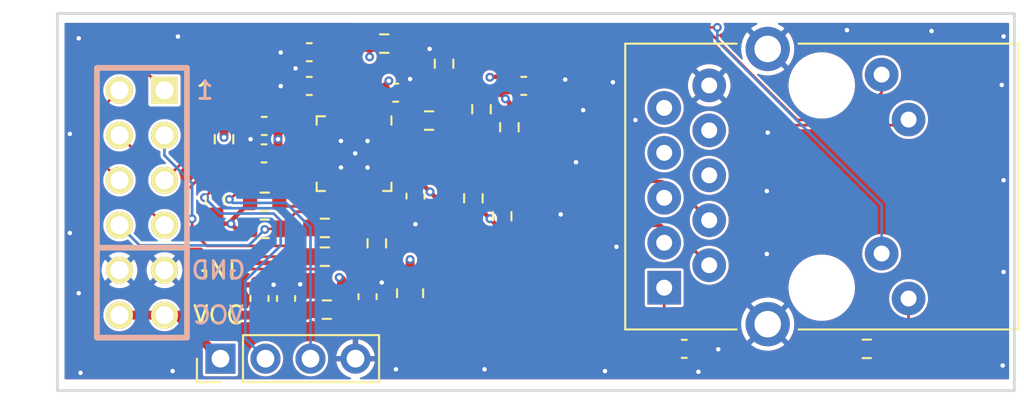
<source format=kicad_pcb>
(kicad_pcb (version 20240108) (generator "pcbnew") (generator_version "8.0")
  (title_block (comment 4 "AISLER Project ID: SOAKOEIL"))
  (layers (0 "F.Cu" signal) (1 "In1.Cu" signal) (2 "In2.Cu" signal) (31 "B.Cu" signal) (34 "B.Paste" user) (35 "F.Paste" user) (36 "B.SilkS" user "B.Silkscreen") (37 "F.SilkS" user "F.Silkscreen") (38 "B.Mask" user) (39 "F.Mask" user) (44 "Edge.Cuts" user))
  (net 0 "")
  (net 1 "GND")
  (net 2 "/MDC")
  (net 3 "/MDIO")
  (net 4 "+3.3V")
  (net 5 "/RST")
  (net 6 "/REFCLK")
  (net 7 "/VDDIO_T")
  (net 8 "/VDDCR")
  (net 9 "Net-(J2-CT)")
  (net 10 "/VDDA_T")
  (net 11 "/TX_P")
  (net 12 "/TX_N")
  (net 13 "/RX_P")
  (net 14 "/RX_N")
  (net 16 "Net-(J2-PadL1)")
  (net 17 "/LED2_T")
  (net 18 "/LED1_T")
  (net 19 "Net-(J2-PadL4)")
  (net 23 "/TXEN")
  (net 24 "/RX_D0")
  (net 25 "/TX_D1")
  (net 26 "/RX_D1")
  (net 27 "/TX_D0")
  (net 28 "/RX_DV")
  (net 29 "Net-(U5-INT{slash}REFCLKO)")
  (net 30 "Net-(U5-RXER{slash}PHYAD0)")
  (net 31 "Net-(U5-TXD0)")
  (net 32 "Net-(U5-TXD1)")
  (net 33 "Net-(U5-TXEN)")
  (net 34 "Net-(U5-RBIAS)")
  (net 35 "Net-(R37-Pad1)")
  (footprint "Resistor_SMD:R_0603_1608Metric" (layer "F.Cu") (at 78.02205 61.981 -90)
    (property "Reference" "R26" (hide yes))
    (property "Value" "10" (hide yes))
    (pad "1" smd roundrect (at -0.825 0 270) (size 0.8 0.95) (layers "F.Cu" "F.Paste" "F.Mask") (net 32 "Net-(U5-TXD1)"))
    (pad "2" smd roundrect (at 0.825 0 270) (size 0.8 0.95) (layers "F.Cu" "F.Paste" "F.Mask") (net 25 "/TX_D1"))
  )
  (footprint "Resistor_SMD:R_0805_2012Metric" (layer "F.Cu") (at 79.9 64.8 90)
    (property "Reference" "FB2" (hide yes))
    (property "Value" "100@100M" (hide yes))
    (pad "1" smd roundrect (at -0.9125 0 90) (size 1.025 1.4) (layers "F.Cu" "F.Paste" "F.Mask") (roundrect_rratio 0.243902) (net 4 "+3.3V"))
    (pad "2" smd roundrect (at 0.9125 0 90) (size 1.025 1.4) (layers "F.Cu" "F.Paste" "F.Mask") (roundrect_rratio 0.243902) (net 10 "/VDDA_T"))
  )
  (footprint "Package_DFN_QFN:QFN-24-1EP_4x4mm_P0.5mm_EP2.6x2.6mm" (layer "F.Cu") (at 76.73705 56.916 -90)
    (property "Reference" "U5" (hide yes))
    (property "Value" "LAN8720A" (hide yes))
    (pad "1" smd roundrect (at -1.9375 -1.25 270) (size 0.825 0.25) (layers "F.Cu" "F.Paste" "F.Mask") (net 10 "/VDDA_T"))
    (pad "2" smd roundrect (at -1.9375 -0.75 270) (size 0.825 0.25) (layers "F.Cu" "F.Paste" "F.Mask") (net 17 "/LED2_T"))
    (pad "3" smd roundrect (at -1.9375 -0.25 270) (size 0.825 0.25) (layers "F.Cu" "F.Paste" "F.Mask") (net 18 "/LED1_T"))
    (pad "4" smd roundrect (at -1.9375 0.25 270) (size 0.825 0.25) (layers "F.Cu" "F.Paste" "F.Mask"))
    (pad "5" smd roundrect (at -1.9375 0.75 270) (size 0.825 0.25) (layers "F.Cu" "F.Paste" "F.Mask") (net 6 "/REFCLK"))
    (pad "6" smd roundrect (at -1.9375 1.25 270) (size 0.825 0.25) (layers "F.Cu" "F.Paste" "F.Mask") (net 8 "/VDDCR"))
    (pad "7" smd roundrect (at -1.25 1.9375 270) (size 0.25 0.825) (layers "F.Cu" "F.Paste" "F.Mask") (net 26 "/RX_D1"))
    (pad "8" smd roundrect (at -0.75 1.9375 270) (size 0.25 0.825) (layers "F.Cu" "F.Paste" "F.Mask") (net 24 "/RX_D0"))
    (pad "9" smd roundrect (at -0.25 1.9375 270) (size 0.25 0.825) (layers "F.Cu" "F.Paste" "F.Mask") (net 7 "/VDDIO_T"))
    (pad "10" smd roundrect (at 0.25 1.9375 270) (size 0.25 0.825) (layers "F.Cu" "F.Paste" "F.Mask") (net 30 "Net-(U5-RXER{slash}PHYAD0)"))
    (pad "11" smd roundrect (at 0.75 1.9375 270) (size 0.25 0.825) (layers "F.Cu" "F.Paste" "F.Mask") (net 28 "/RX_DV"))
    (pad "12" smd roundrect (at 1.25 1.9375 270) (size 0.25 0.825) (layers "F.Cu" "F.Paste" "F.Mask") (net 3 "/MDIO"))
    (pad "13" smd roundrect (at 1.9375 1.25 270) (size 0.825 0.25) (layers "F.Cu" "F.Paste" "F.Mask") (net 2 "/MDC"))
    (pad "14" smd roundrect (at 1.9375 0.75 270) (size 0.825 0.25) (layers "F.Cu" "F.Paste" "F.Mask") (net 29 "Net-(U5-INT{slash}REFCLKO)"))
    (pad "15" smd roundrect (at 1.9375 0.25 270) (size 0.825 0.25) (layers "F.Cu" "F.Paste" "F.Mask") (net 5 "/RST"))
    (pad "16" smd roundrect (at 1.9375 -0.25 270) (size 0.825 0.25) (layers "F.Cu" "F.Paste" "F.Mask") (net 33 "Net-(U5-TXEN)"))
    (pad "17" smd roundrect (at 1.9375 -0.75 270) (size 0.825 0.25) (layers "F.Cu" "F.Paste" "F.Mask") (net 31 "Net-(U5-TXD0)"))
    (pad "18" smd roundrect (at 1.9375 -1.25 270) (size 0.825 0.25) (layers "F.Cu" "F.Paste" "F.Mask") (net 32 "Net-(U5-TXD1)"))
    (pad "19" smd roundrect (at 1.25 -1.9375 270) (size 0.25 0.825) (layers "F.Cu" "F.Paste" "F.Mask") (net 10 "/VDDA_T"))
    (pad "20" smd roundrect (at 0.75 -1.9375 270) (size 0.25 0.825) (layers "F.Cu" "F.Paste" "F.Mask") (net 12 "/TX_N"))
    (pad "21" smd roundrect (at 0.25 -1.9375 270) (size 0.25 0.825) (layers "F.Cu" "F.Paste" "F.Mask") (net 11 "/TX_P"))
    (pad "22" smd roundrect (at -0.25 -1.9375 270) (size 0.25 0.825) (layers "F.Cu" "F.Paste" "F.Mask") (net 14 "/RX_N"))
    (pad "23" smd roundrect (at -0.75 -1.9375 270) (size 0.25 0.825) (layers "F.Cu" "F.Paste" "F.Mask") (net 13 "/RX_P"))
    (pad "24" smd roundrect (at -1.25 -1.9375 270) (size 0.25 0.825) (layers "F.Cu" "F.Paste" "F.Mask") (net 34 "Net-(U5-RBIAS)"))
    (pad "25" smd rect (at 0 0 270) (size 2.6 2.6) (layers "F.Cu" "F.Mask") (net 1 "GND"))
  )
  (footprint "Resistor_SMD:R_0603_1608Metric" (layer "F.Cu") (at 80.96845 55.0468 180)
    (property "Reference" "R37" (hide yes))
    (property "Value" "12k" (hide yes))
    (pad "1" smd roundrect (at -0.825 0 180) (size 0.8 0.95) (layers "F.Cu" "F.Paste" "F.Mask") (net 35 "Net-(R37-Pad1)"))
    (pad "2" smd roundrect (at 0.825 0 180) (size 0.8 0.95) (layers "F.Cu" "F.Paste" "F.Mask") (net 34 "Net-(U5-RBIAS)"))
  )
  (footprint "Resistor_SMD:R_0603_1608Metric" (layer "F.Cu") (at 83.4704 59.436 -90)
    (property "Reference" "R31" (hide yes))
    (property "Value" "49.9" (hide yes))
    (pad "1" smd roundrect (at -0.825 0 270) (size 0.8 0.95) (layers "F.Cu" "F.Paste" "F.Mask") (net 11 "/TX_P"))
    (pad "2" smd roundrect (at 0.825 0 270) (size 0.8 0.95) (layers "F.Cu" "F.Paste" "F.Mask") (net 10 "/VDDA_T"))
  )
  (footprint "Resistor_SMD:R_0603_1608Metric" (layer "F.Cu") (at 71.697 59.6392 180)
    (property "Reference" "R20" (hide yes))
    (property "Value" "2.4k" (hide yes))
    (pad "1" smd roundrect (at -0.825 0 180) (size 0.8 0.95) (layers "F.Cu" "F.Paste" "F.Mask") (net 29 "Net-(U5-INT{slash}REFCLKO)"))
    (pad "2" smd roundrect (at 0.825 0 180) (size 0.8 0.95) (layers "F.Cu" "F.Paste" "F.Mask") (net 7 "/VDDIO_T"))
  )
  (footprint "Capacitor_SMD:C_0603_1608Metric" (layer "F.Cu") (at 74.21205 51.186)
    (property "Reference" "C17" (hide yes))
    (property "Value" "4.7u" (hide yes))
    (pad "1" smd roundrect (at -0.775 0) (size 0.9 0.95) (layers "F.Cu" "F.Paste" "F.Mask") (net 1 "GND"))
    (pad "2" smd roundrect (at 0.775 0) (size 0.9 0.95) (layers "F.Cu" "F.Paste" "F.Mask") (net 8 "/VDDCR"))
  )
  (footprint "Resistor_SMD:R_0603_1608Metric" (layer "F.Cu") (at 68.8908 59.5376 -90)
    (property "Reference" "R22" (hide yes))
    (property "Value" "1k" (hide yes))
    (pad "1" smd roundrect (at -0.825 0 270) (size 0.8 0.95) (layers "F.Cu" "F.Paste" "F.Mask") (net 3 "/MDIO"))
    (pad "2" smd roundrect (at 0.825 0 270) (size 0.8 0.95) (layers "F.Cu" "F.Paste" "F.Mask") (net 7 "/VDDIO_T"))
  )
  (footprint "Resistor_SMD:R_0603_1608Metric" (layer "F.Cu") (at 71.697 61.1632 180)
    (property "Reference" "R21" (hide yes))
    (property "Value" "2.4k" (hide yes))
    (pad "1" smd roundrect (at -0.825 0 180) (size 0.8 0.95) (layers "F.Cu" "F.Paste" "F.Mask") (net 5 "/RST"))
    (pad "2" smd roundrect (at 0.825 0 180) (size 0.8 0.95) (layers "F.Cu" "F.Paste" "F.Mask") (net 7 "/VDDIO_T"))
  )
  (footprint "Resistor_SMD:R_0603_1608Metric" (layer "F.Cu") (at 69.4 56.1 90)
    (property "Reference" "R23" (hide yes))
    (property "Value" "2.4k" (hide yes))
    (pad "1" smd roundrect (at -0.825 0 90) (size 0.8 0.95) (layers "F.Cu" "F.Paste" "F.Mask") (net 30 "Net-(U5-RXER{slash}PHYAD0)"))
    (pad "2" smd roundrect (at 0.825 0 90) (size 0.8 0.95) (layers "F.Cu" "F.Paste" "F.Mask") (net 7 "/VDDIO_T"))
  )
  (footprint "Resistor_SMD:R_0603_1608Metric" (layer "F.Cu") (at 105.67 67.945 180)
    (property "Reference" "R47" (hide yes))
    (property "Value" "1k" (hide yes))
    (pad "1" smd roundrect (at -0.825 0 180) (size 0.8 0.95) (layers "F.Cu" "F.Paste" "F.Mask") (net 19 "Net-(J2-PadL4)"))
    (pad "2" smd roundrect (at 0.825 0 180) (size 0.8 0.95) (layers "F.Cu" "F.Paste" "F.Mask") (net 1 "GND"))
  )
  (footprint "Capacitor_SMD:C_0603_1608Metric" (layer "F.Cu") (at 95.37 67.945 180)
    (property "Reference" "C21" (hide yes))
    (property "Value" "20p" (hide yes))
    (pad "1" smd roundrect (at -0.775 0 180) (size 0.9 0.95) (layers "F.Cu" "F.Paste" "F.Mask") (net 1 "GND"))
    (pad "2" smd roundrect (at 0.775 0 180) (size 0.9 0.95) (layers "F.Cu" "F.Paste" "F.Mask") (net 9 "Net-(J2-CT)"))
  )
  (footprint "Capacitor_SMD:C_0603_1608Metric" (layer "F.Cu") (at 72.9 65.1 -90)
    (property "Reference" "C12" (hide yes))
    (property "Value" "100n" (hide yes))
    (pad "1" smd roundrect (at -0.775 0 270) (size 0.9 0.95) (layers "F.Cu" "F.Paste" "F.Mask") (net 1 "GND"))
    (pad "2" smd roundrect (at 0.775 0 270) (size 0.9 0.95) (layers "F.Cu" "F.Paste" "F.Mask") (net 4 "+3.3V"))
  )
  (footprint "Resistor_SMD:R_0603_1608Metric" (layer "F.Cu") (at 81.81705 51.836 -90)
    (property "Reference" "R38" (hide yes))
    (property "Value" "1k" (hide yes))
    (pad "1" smd roundrect (at -0.825 0 270) (size 0.8 0.95) (layers "F.Cu" "F.Paste" "F.Mask") (net 1 "GND"))
    (pad "2" smd roundrect (at 0.825 0 270) (size 0.8 0.95) (layers "F.Cu" "F.Paste" "F.Mask") (net 35 "Net-(R37-Pad1)"))
  )
  (footprint "Capacitor_SMD:C_0603_1608Metric" (layer "F.Cu") (at 79.08885 53.472 180)
    (property "Reference" "C24" (hide yes))
    (property "Value" "100n" (hide yes))
    (pad "1" smd roundrect (at -0.775 0 180) (size 0.9 0.95) (layers "F.Cu" "F.Paste" "F.Mask") (net 1 "GND"))
    (pad "2" smd roundrect (at 0.775 0 180) (size 0.9 0.95) (layers "F.Cu" "F.Paste" "F.Mask") (net 10 "/VDDA_T"))
  )
  (footprint "Resistor_SMD:R_0603_1608Metric" (layer "F.Cu") (at 85.096 60.452 -90)
    (property "Reference" "R32" (hide yes))
    (property "Value" "49.9" (hide yes))
    (pad "1" smd roundrect (at -0.825 0 270) (size 0.8 0.95) (layers "F.Cu" "F.Paste" "F.Mask") (net 12 "/TX_N"))
    (pad "2" smd roundrect (at 0.825 0 270) (size 0.8 0.95) (layers "F.Cu" "F.Paste" "F.Mask") (net 10 "/VDDA_T"))
  )
  (footprint "Resistor_SMD:R_0603_1608Metric" (layer "F.Cu") (at 75.2 65.73)
    (property "Reference" "R29" (hide yes))
    (property "Value" "0" (hide yes))
    (pad "1" smd roundrect (at -0.825 0) (size 0.8 0.95) (layers "F.Cu" "F.Paste" "F.Mask") (net 4 "+3.3V"))
    (pad "2" smd roundrect (at 0.825 0) (size 0.8 0.95) (layers "F.Cu" "F.Paste" "F.Mask") (net 7 "/VDDIO_T"))
  )
  (footprint "Connector_RJ:RJ45_UDE_RB1-125B8G1A" (layer "F.Cu") (at 94.24 64.4906 90)
    (property "Reference" "J2" (hide yes))
    (property "Value" "RB1-125B8G1A" (hide yes))
    (pad "" np_thru_hole circle (at 0 8.89 90) (size 3.25 3.25) (drill 3.25) (layers "*.Cu" "*.Mask"))
    (pad "" np_thru_hole circle (at 11.43 8.89 90) (size 3.25 3.25) (drill 3.25) (layers "*.Cu" "*.Mask"))
    (pad "L1" thru_hole circle (at 12.04 12.27 90) (size 1.9 1.9) (drill 0.9) (layers "*.Cu" "*.Mask") (net 16 "Net-(J2-PadL1)"))
    (pad "L2" thru_hole circle (at 9.5 13.79 90) (size 1.9 1.9) (drill 0.9) (layers "*.Cu" "*.Mask") (net 17 "/LED2_T"))
    (pad "L3" thru_hole circle (at 1.93 12.27 90) (size 1.9 1.9) (drill 0.9) (layers "*.Cu" "*.Mask") (net 18 "/LED1_T"))
    (pad "L4" thru_hole circle (at -0.61 13.79 90) (size 1.9 1.9) (drill 0.9) (layers "*.Cu" "*.Mask") (net 19 "Net-(J2-PadL4)"))
    (pad "R1" thru_hole rect (at 0 0 90) (size 1.9 1.9) (drill 0.9) (layers "*.Cu" "*.Mask") (net 9 "Net-(J2-CT)"))
    (pad "R2" thru_hole circle (at 1.27 2.54 90) (size 1.9 1.9) (drill 0.9) (layers "*.Cu" "*.Mask") (net 11 "/TX_P"))
    (pad "R3" thru_hole circle (at 2.54 0 90) (size 1.9 1.9) (drill 0.9) (layers "*.Cu" "*.Mask") (net 12 "/TX_N"))
    (pad "R4" thru_hole circle (at 3.81 2.54 90) (size 1.9 1.9) (drill 0.9) (layers "*.Cu" "*.Mask") (net 13 "/RX_P"))
    (pad "R5" thru_hole circle (at 5.08 0 90) (size 1.9 1.9) (drill 0.9) (layers "*.Cu" "*.Mask") (net 14 "/RX_N"))
    (pad "R6" thru_hole circle (at 6.35 2.54 90) (size 1.9 1.9) (drill 0.9) (layers "*.Cu" "*.Mask"))
    (pad "R7" thru_hole circle (at 7.62 0 90) (size 1.9 1.9) (drill 0.9) (layers "*.Cu" "*.Mask"))
    (pad "R8" thru_hole circle (at 8.89 2.54 90) (size 1.9 1.9) (drill 0.9) (layers "*.Cu" "*.Mask"))
    (pad "R9" thru_hole circle (at 10.16 0 90) (size 1.9 1.9) (drill 0.9) (layers "*.Cu" "*.Mask"))
    (pad "R10" thru_hole circle (at 11.43 2.54 90) (size 1.9 1.9) (drill 0.9) (layers "*.Cu" "*.Mask") (net 1 "GND"))
    (pad "SH" thru_hole circle (at -2.06 5.84 90) (size 2.5 2.5) (drill 1.5) (layers "*.Cu" "*.Mask") (net 1 "GND"))
    (pad "SH" thru_hole circle (at 13.49 5.84 90) (size 2.5 2.5) (drill 1.5) (layers "*.Cu" "*.Mask") (net 1 "GND"))
  )
  (footprint "Capacitor_SMD:C_0603_1608Metric" (layer "F.Cu") (at 80.20645 59.314 90)
    (property "Reference" "C23" (hide yes))
    (property "Value" "100n" (hide yes))
    (pad "1" smd roundrect (at -0.775 0 90) (size 0.9 0.95) (layers "F.Cu" "F.Paste" "F.Mask") (net 1 "GND"))
    (pad "2" smd roundrect (at 0.775 0 90) (size 0.9 0.95) (layers "F.Cu" "F.Paste" "F.Mask") (net 10 "/VDDA_T"))
  )
  (footprint "Resistor_SMD:R_0603_1608Metric" (layer "F.Cu") (at 75.0884 62.738 180)
    (property "Reference" "R25" (hide yes))
    (property "Value" "10" (hide yes))
    (pad "1" smd roundrect (at -0.825 0 180) (size 0.8 0.95) (layers "F.Cu" "F.Paste" "F.Mask") (net 31 "Net-(U5-TXD0)"))
    (pad "2" smd roundrect (at 0.825 0 180) (size 0.8 0.95) (layers "F.Cu" "F.Paste" "F.Mask") (net 27 "/TX_D0"))
  )
  (footprint "Capacitor_SMD:C_0603_1608Metric" (layer "F.Cu") (at 71.65705 56.901)
    (property "Reference" "C14" (hide yes))
    (property "Value" "100n" (hide yes))
    (pad "1" smd roundrect (at -0.775 0) (size 0.9 0.95) (layers "F.Cu" "F.Paste" "F.Mask") (net 1 "GND"))
    (pad "2" smd roundrect (at 0.775 0) (size 0.9 0.95) (layers "F.Cu" "F.Paste" "F.Mask") (net 7 "/VDDIO_T"))
  )
  (footprint "Capacitor_SMD:C_0603_1608Metric" (layer "F.Cu") (at 71.67205 55.3516)
    (property "Reference" "C15" (hide yes))
    (property "Value" "10p" (hide yes))
    (pad "1" smd roundrect (at -0.775 0) (size 0.9 0.95) (layers "F.Cu" "F.Paste" "F.Mask") (net 1 "GND"))
    (pad "2" smd roundrect (at 0.775 0) (size 0.9 0.95) (layers "F.Cu" "F.Paste" "F.Mask") (net 7 "/VDDIO_T"))
  )
  (footprint "Capacitor_SMD:C_0603_1608Metric" (layer "F.Cu") (at 77.5 65 -90)
    (property "Reference" "C22" (hide yes))
    (property "Value" "4.7u" (hide yes))
    (pad "1" smd roundrect (at -0.775 0 270) (size 0.9 0.95) (layers "F.Cu" "F.Paste" "F.Mask") (net 1 "GND"))
    (pad "2" smd roundrect (at 0.775 0 270) (size 0.9 0.95) (layers "F.Cu" "F.Paste" "F.Mask") (net 4 "+3.3V"))
  )
  (footprint "Capacitor_SMD:C_0603_1608Metric" (layer "F.Cu") (at 74.21205 53.091)
    (property "Reference" "C19" (hide yes))
    (property "Value" "470p" (hide yes))
    (pad "1" smd roundrect (at -0.775 0) (size 0.9 0.95) (layers "F.Cu" "F.Paste" "F.Mask") (net 1 "GND"))
    (pad "2" smd roundrect (at 0.775 0) (size 0.9 0.95) (layers "F.Cu" "F.Paste" "F.Mask") (net 8 "/VDDCR"))
  )
  (footprint "Capacitor_SMD:C_0603_1608Metric" (layer "F.Cu") (at 86.3152 53.086 180)
    (property "Reference" "C27" (hide yes))
    (property "Value" "100n" (hide yes))
    (pad "1" smd roundrect (at -0.775 0 180) (size 0.9 0.95) (layers "F.Cu" "F.Paste" "F.Mask") (net 1 "GND"))
    (pad "2" smd roundrect (at 0.775 0 180) (size 0.9 0.95) (layers "F.Cu" "F.Paste" "F.Mask") (net 10 "/VDDA_T"))
  )
  (footprint "Connector_PinHeader_2.54mm:PinHeader_1x04_P2.54mm_Vertical" (layer "F.Cu") (at 69.2 68.5 90)
    (property "Reference" "J1" (hide yes))
    (property "Value" "Conn_01x03" (hide yes))
    (pad "1" thru_hole rect (at 0 0 90) (size 1.7 1.7) (drill 1) (layers "*.Cu" "*.Mask") (net 4 "+3.3V"))
    (pad "2" thru_hole oval (at 0 2.54 90) (size 1.7 1.7) (drill 1) (layers "*.Cu" "*.Mask") (net 3 "/MDIO"))
    (pad "3" thru_hole oval (at 0 5.08 90) (size 1.7 1.7) (drill 1) (layers "*.Cu" "*.Mask") (net 2 "/MDC"))
    (pad "4" thru_hole oval (at 0 7.62 90) (size 1.7 1.7) (drill 1) (layers "*.Cu" "*.Mask") (net 1 "GND"))
  )
  (footprint "Resistor_SMD:R_0603_1608Metric" (layer "F.Cu") (at 75.0884 61.1124 180)
    (property "Reference" "R27" (hide yes))
    (property "Value" "10" (hide yes))
    (pad "1" smd roundrect (at -0.825 0 180) (size 0.8 0.95) (layers "F.Cu" "F.Paste" "F.Mask") (net 33 "Net-(U5-TXEN)"))
    (pad "2" smd roundrect (at 0.825 0 180) (size 0.8 0.95) (layers "F.Cu" "F.Paste" "F.Mask") (net 23 "/TXEN"))
  )
  (footprint "Resistor_SMD:R_0603_1608Metric" (layer "F.Cu") (at 83.9276 54.4068 90)
    (property "Reference" "R33" (hide yes))
    (property "Value" "49.9" (hide yes))
    (pad "1" smd roundrect (at -0.825 0 90) (size 0.8 0.95) (layers "F.Cu" "F.Paste" "F.Mask") (net 13 "/RX_P"))
    (pad "2" smd roundrect (at 0.825 0 90) (size 0.8 0.95) (layers "F.Cu" "F.Paste" "F.Mask") (net 10 "/VDDA_T"))
  )
  (footprint "Capacitor_SMD:C_0603_1608Metric" (layer "F.Cu") (at 71.4 65.1 -90)
    (property "Reference" "C10" (hide yes))
    (property "Value" "4.7u" (hide yes))
    (pad "1" smd roundrect (at -0.775 0 270) (size 0.9 0.95) (layers "F.Cu" "F.Paste" "F.Mask") (net 1 "GND"))
    (pad "2" smd roundrect (at 0.775 0 270) (size 0.9 0.95) (layers "F.Cu" "F.Paste" "F.Mask") (net 4 "+3.3V"))
  )
  (footprint "Resistor_SMD:R_0603_1608Metric" (layer "F.Cu") (at 78.4412 50.6984 180)
    (property "Reference" "R45" (hide yes))
    (property "Value" "1k" (hide yes))
    (pad "1" smd roundrect (at -0.825 0 180) (size 0.8 0.95) (layers "F.Cu" "F.Paste" "F.Mask") (net 16 "Net-(J2-PadL1)"))
    (pad "2" smd roundrect (at 0.825 0 180) (size 0.8 0.95) (layers "F.Cu" "F.Paste" "F.Mask") (net 7 "/VDDIO_T"))
  )
  (footprint "pmod-conn_6x2:pmod_pin_array_6x2" (layer "F.Cu") (at 64.77 59.69)
    (property "Reference" "PMOD1" (hide yes))
    (property "Value" "PMOD-Device-x2-Type-1A-GPIO" (hide yes))
    (fp_text user "VCC" (at 4.318 6.35 0) (layer "B.SilkS") (effects (justify mirror)))
    (fp_text user "GND" (at 4.318 3.81 0) (layer "B.SilkS") (effects (justify mirror)))
    (fp_text user "1" (at 3.556 -6.35 0) (layer "B.SilkS") (effects (justify mirror)))
    (fp_text user "VCC" (at 4.318 6.35 0) (layer "F.SilkS"))
    (fp_text user "1" (at 3.556 -6.35 0) (layer "F.SilkS"))
    (fp_text user "GND" (at 4.318 3.81 0) (layer "F.SilkS"))
    (pad "1" thru_hole rect (at 1.27 -6.35) (size 1.524 1.524) (drill 1.016) (layers "*.Cu" "*.Mask" "F.SilkS") (net 25 "/TX_D1"))
    (pad "2" thru_hole circle (at 1.27 -3.81 270) (size 1.524 1.524) (drill 1.016) (layers "*.Cu" "*.Mask" "F.SilkS") (net 23 "/TXEN"))
    (pad "3" thru_hole circle (at 1.27 -1.27 270) (size 1.524 1.524) (drill 1.016) (layers "*.Cu" "*.Mask" "F.SilkS") (net 24 "/RX_D0"))
    (pad "4" thru_hole circle (at 1.27 1.27 270) (size 1.524 1.524) (drill 1.016) (layers "*.Cu" "*.Mask" "F.SilkS") (net 6 "/REFCLK"))
    (pad "5" thru_hole circle (at 1.27 3.81 270) (size 1.524 1.524) (drill 1.016) (layers "*.Cu" "*.Mask" "F.SilkS") (net 1 "GND"))
    (pad "6" thru_hole circle (at 1.27 6.35 270) (size 1.524 1.524) (drill 1.016) (layers "*.Cu" "*.Mask" "F.SilkS") (net 4 "+3.3V"))
    (pad "7" thru_hole circle (at -1.27 -6.35 270) (size 1.524 1.524) (drill 1.016) (layers "*.Cu" "*.Mask" "F.SilkS") (net 27 "/TX_D0"))
    (pad "8" thru_hole circle (at -1.27 -3.81 270) (size 1.524 1.524) (drill 1.016) (layers "*.Cu" "*.Mask" "F.SilkS") (net 28 "/RX_DV"))
    (pad "9" thru_hole circle (at -1.27 -1.27 270) (size 1.524 1.524) (drill 1.016) (layers "*.Cu" "*.Mask" "F.SilkS") (net 26 "/RX_D1"))
    (pad "10" thru_hole circle (at -1.27 1.27 270) (size 1.524 1.524) (drill 1.016) (layers "*.Cu" "*.Mask" "F.SilkS") (net 5 "/RST"))
    (pad "11" thru_hole circle (at -1.27 3.81 270) (size 1.524 1.524) (drill 1.016) (layers "*.Cu" "*.Mask" "F.SilkS") (net 1 "GND"))
    (pad "12" thru_hole circle (at -1.27 6.35 270) (size 1.524 1.524) (drill 1.016) (layers "*.Cu" "*.Mask" "F.SilkS") (net 4 "+3.3V"))
  )
  (footprint "Resistor_SMD:R_0603_1608Metric" (layer "F.Cu") (at 85.5024 55.4228 90)
    (property "Reference" "R36" (hide yes))
    (property "Value" "49.9" (hide yes))
    (pad "1" smd roundrect (at -0.825 0 90) (size 0.8 0.95) (layers "F.Cu" "F.Paste" "F.Mask") (net 14 "/RX_N"))
    (pad "2" smd roundrect (at 0.825 0 90) (size 0.8 0.95) (layers "F.Cu" "F.Paste" "F.Mask") (net 10 "/VDDA_T"))
  )
  (gr_line (start 60 49) (end 114 49) (stroke (width 0.15)) (layer "Edge.Cuts"))
  (gr_line (start 60 70.3) (end 114 70.3) (stroke (width 0.15)) (layer "Edge.Cuts"))
  (gr_line (start 60 49) (end 60 70.3) (stroke (width 0.15)) (layer "Edge.Cuts"))
  (gr_line (start 114 70.3) (end 114 49) (stroke (width 0.15)) (layer "Edge.Cuts"))
  (segment (start 80.20645 60.89355) (end 80.2 60.9) (width 0.5) (layer "F.Cu") (net 1))
  (segment (start 78.275 64.225) (end 78.3 64.2) (width 0.5) (layer "F.Cu") (net 1))
  (segment (start 81.011 51.011) (end 81 51) (width 0.5) (layer "F.Cu") (net 1))
  (segment (start 73.675 64.325) (end 73.7 64.3) (width 0.5) (layer "F.Cu") (net 1))
  (segment (start 70.89705 56.886) (end 70.88205 56.901) (width 0.5) (layer "F.Cu") (net 1))
  (segment (start 73.43705 51.186) (end 72.614 51.186) (width 0.5) (layer "F.Cu") (net 1))
  (segment (start 81.81705 51.011) (end 81.011 51.011) (width 0.5) (layer "F.Cu") (net 1))
  (segment (start 79.86385 53.472) (end 79.86385 52.73615) (width 0.5) (layer "F.Cu") (net 1))
  (segment (start 72.609 53.091) (end 72.6 53.1) (width 0.5) (layer "F.Cu") (net 1))
  (segment (start 73.43705 53.091) (end 72.609 53.091) (width 0.5) (layer "F.Cu") (net 1))
  (segment (start 77.5 64.225) (end 78.275 64.225) (width 0.5) (layer "F.Cu") (net 1))
  (segment (start 71.4 64.325) (end 72.9 64.325) (width 0.5) (layer "F.Cu") (net 1))
  (segment (start 73.43705 51.186) (end 73.43705 53.091) (width 0.5) (layer "F.Cu") (net 1))
  (segment (start 70.89705 55.3516) (end 70.89705 56.886) (width 0.5) (layer "F.Cu") (net 1))
  (segment (start 72.9 64.325) (end 73.675 64.325) (width 0.5) (layer "F.Cu") (net 1))
  (segment (start 80.20645 60.089) (end 80.20645 60.89355) (width 0.5) (layer "F.Cu") (net 1))
  (segment (start 79.86385 52.73615) (end 79.9 52.7) (width 0.5) (layer "F.Cu") (net 1))
  (segment (start 72.614 51.186) (end 72.6 51.2) (width 0.5) (layer "F.Cu") (net 1))
  (via (at 100.0312 62.5856) (size 0.5) (drill 0.25) (layers "F.Cu" "B.Cu") (net 1))
  (via (at 113.3916 50.292) (size 0.5) (drill 0.25) (layers "F.Cu" "B.Cu") (net 1))
  (via (at 113.29 53.0352) (size 0.5) (drill 0.25) (layers "F.Cu" "B.Cu") (net 1))
  (via (at 61.3 69.3) (size 0.5) (drill 0.25) (layers "F.Cu" "B.Cu") (net 1))
  (via (at 92.6144 55.0164) (size 0.5) (drill 0.25) (layers "F.Cu" "B.Cu") (net 1))
  (via (at 76 57.7) (size 0.5) (drill 0.25) (layers "F.Cu" "B.Cu") (net 1))
  (via (at 76 56.2) (size 0.5) (drill 0.25) (layers "F.Cu" "B.Cu") (net 1))
  (via (at 72.6 53.1) (size 0.5) (drill 0.25) (layers "F.Cu" "B.Cu") (net 1))
  (via (at 113.3916 63.6016) (size 0.5) (drill 0.25) (layers "F.Cu" "B.Cu") (net 1))
  (via (at 96.1704 69.2404) (size 0.5) (drill 0.25) (layers "F.Cu" "B.Cu") (net 1))
  (via (at 60.7 61.4) (size 0.5) (drill 0.25) (layers "F.Cu" "B.Cu") (net 1))
  (via (at 97.288 67.9704) (size 0.5) (drill 0.25) (layers "F.Cu" "B.Cu") (net 1))
  (via (at 61.2 64.8) (size 0.5) (drill 0.25) (layers "F.Cu" "B.Cu") (net 1))
  (via (at 113.3408 68.8848) (size 0.5) (drill 0.25) (layers "F.Cu" "B.Cu") (net 1))
  (via (at 100.0312 59.0296) (size 0.5) (drill 0.25) (layers "F.Cu" "B.Cu") (net 1))
  (via (at 78.3 64.2) (size 0.5) (drill 0.25) (layers "F.Cu" "B.Cu") (net 1))
  (via (at 79.9 52.7) (size 0.5) (drill 0.25) (layers "F.Cu" "B.Cu") (net 1))
  (via (at 81 51) (size 0.5) (drill 0.25) (layers "F.Cu" "B.Cu") (net 1))
  (via (at 90.9 69.2) (size 0.5) (drill 0.25) (layers "F.Cu" "B.Cu") (net 1))
  (via (at 76.8 56.9) (size 0.5) (drill 0.25) (layers "F.Cu" "B.Cu") (net 1))
  (via (at 89.2616 57.404) (size 0.5) (drill 0.25) (layers "F.Cu" "B.Cu") (net 1))
  (via (at 109.3276 49.9872) (size 0.5) (drill 0.25) (layers "F.Cu" "B.Cu") (net 1))
  (via (at 89.668 54.4576) (size 0.5) (drill 0.25) (layers "F.Cu" "B.Cu") (net 1))
  (via (at 70.89705 56.1) (size 0.5) (drill 0.25) (layers "F.Cu" "B.Cu") (net 1))
  (via (at 73.7 64.3) (size 0.5) (drill 0.25) (layers "F.Cu" "B.Cu") (net 1))
  (via (at 88.652 52.7304) (size 0.5) (drill 0.25) (layers "F.Cu" "B.Cu") (net 1))
  (via (at 60.7 55.8) (size 0.5) (drill 0.25) (layers "F.Cu" "B.Cu") (net 1))
  (via (at 113.3916 58.42) (size 0.5) (drill 0.25) (layers "F.Cu" "B.Cu") (net 1))
  (via (at 72.2 64.325) (size 0.5) (drill 0.25) (layers "F.Cu" "B.Cu") (net 1))
  (via (at 91.5476 62.1792) (size 0.5) (drill 0.25) (layers "F.Cu" "B.Cu") (net 1))
  (via (at 66.5 69.2) (size 0.5) (drill 0.25) (layers "F.Cu" "B.Cu") (net 1))
  (via (at 73.43705 52.1) (size 0.5) (drill 0.25) (layers "F.Cu" "B.Cu") (net 1))
  (via (at 88.398 60.3504) (size 0.5) (drill 0.25) (layers "F.Cu" "B.Cu") (net 1))
  (via (at 77.5 57.7) (size 0.5) (drill 0.25) (layers "F.Cu" "B.Cu") (net 1))
  (via (at 104.5524 49.9364) (size 0.5) (drill 0.25) (layers "F.Cu" "B.Cu") (net 1))
  (via (at 100.082 55.7276) (size 0.5) (drill 0.25) (layers "F.Cu" "B.Cu") (net 1))
  (via (at 61.2 50.4) (size 0.5) (drill 0.25) (layers "F.Cu" "B.Cu") (net 1))
  (via (at 84.1 69.1) (size 0.5) (drill 0.25) (layers "F.Cu" "B.Cu") (net 1))
  (via (at 77.5 56.2) (size 0.5) (drill 0.25) (layers "F.Cu" "B.Cu") (net 1))
  (via (at 72.6 51.2) (size 0.5) (drill 0.25) (layers "F.Cu" "B.Cu") (net 1))
  (via (at 66.8 50.3) (size 0.5) (drill 0.25) (layers "F.Cu" "B.Cu") (net 1))
  (via (at 79.1 69.1) (size 0.5) (drill 0.25) (layers "F.Cu" "B.Cu") (net 1))
  (via (at 91.3444 52.8828) (size 0.5) (drill 0.25) (layers "F.Cu" "B.Cu") (net 1))
  (via (at 80.2 60.9) (size 0.5) (drill 0.25) (layers "F.Cu" "B.Cu") (net 1))
  (segment (start 75.48705 58.8535) (end 70.3877 58.8535) (width 0.15) (layer "F.Cu") (net 2))
  (segment (start 69.7132 59.4868) (end 69.7 59.5) (width 0.15) (layer "F.Cu") (net 2))
  (segment (start 70.3877 58.8535) (end 69.7544 59.4868) (width 0.15) (layer "F.Cu") (net 2))
  (segment (start 69.7544 59.4868) (end 69.7132 59.4868) (width 0.15) (layer "F.Cu") (net 2))
  (via (at 69.7 59.5) (size 0.5) (drill 0.25) (layers "F.Cu" "B.Cu") (net 2))
  (segment (start 72.9 59.7) (end 69.9 59.7) (width 0.15) (layer "B.Cu") (net 2))
  (segment (start 69.9 59.7) (end 69.7 59.5) (width 0.15) (layer "B.Cu") (net 2))
  (segment (start 74.28 61.08) (end 72.9 59.7) (width 0.15) (layer "B.Cu") (net 2))
  (segment (start 74.28 68.5) (end 74.28 61.08) (width 0.15) (layer "B.Cu") (net 2))
  (segment (start 69.2342 58.3692) (end 68.8908 58.7126) (width 0.15) (layer "F.Cu") (net 3))
  (segment (start 74.79955 58.166) (end 73.3612 58.166) (width 0.15) (layer "F.Cu") (net 3))
  (segment (start 73.3612 58.166) (end 73.158 58.3692) (width 0.15) (layer "F.Cu") (net 3))
  (segment (start 68.8908 58.8092) (end 68.3 59.4) (width 0.15) (layer "F.Cu") (net 3))
  (segment (start 73.158 58.3692) (end 69.2342 58.3692) (width 0.15) (layer "F.Cu") (net 3))
  (segment (start 68.8908 58.7126) (end 68.8908 58.8092) (width 0.15) (layer "F.Cu") (net 3))
  (via (at 68.3 59.4) (size 0.5) (drill 0.25) (layers "F.Cu" "B.Cu") (net 3))
  (segment (start 69.2 60.3) (end 68.3 59.4) (width 0.15) (layer "B.Cu") (net 3))
  (segment (start 72.6 62.1) (end 72.6 60.7) (width 0.15) (layer "B.Cu") (net 3))
  (segment (start 72.2 60.3) (end 69.2 60.3) (width 0.15) (layer "B.Cu") (net 3))
  (segment (start 70.6 67.36) (end 70.6 64.1) (width 0.15) (layer "B.Cu") (net 3))
  (segment (start 70.6 64.1) (end 72.6 62.1) (width 0.15) (layer "B.Cu") (net 3))
  (segment (start 71.74 68.5) (end 70.6 67.36) (width 0.15) (layer "B.Cu") (net 3))
  (segment (start 72.6 60.7) (end 72.2 60.3) (width 0.15) (layer "B.Cu") (net 3))
  (segment (start 74.375 65.73) (end 75.25 66.605) (width 0.5) (layer "F.Cu") (net 4))
  (segment (start 76.67 66.605) (end 77.5 65.775) (width 0.5) (layer "F.Cu") (net 4))
  (segment (start 63.5 66.04) (end 74.065 66.04) (width 0.5) (layer "F.Cu") (net 4))
  (segment (start 77.5 65.775) (end 79.8375 65.775) (width 0.5) (layer "F.Cu") (net 4))
  (segment (start 66.04 66.04) (end 66.74 66.04) (width 0.5) (layer "F.Cu") (net 4))
  (segment (start 74.065 66.04) (end 74.375 65.73) (width 0.5) (layer "F.Cu") (net 4))
  (segment (start 66.74 66.04) (end 69.2 68.5) (width 0.5) (layer "F.Cu") (net 4))
  (segment (start 79.8375 65.775) (end 79.9 65.7125) (width 0.5) (layer "F.Cu") (net 4))
  (segment (start 75.25 66.605) (end 76.67 66.605) (width 0.5) (layer "F.Cu") (net 4))
  (segment (start 71.7356 61.1644) (end 71.7 61.2) (width 0.15) (layer "F.Cu") (net 5))
  (segment (start 76.1044 60.198) (end 73.4872 60.198) (width 0.15) (layer "F.Cu") (net 5))
  (segment (start 76.48705 58.8535) (end 76.48705 59.81535) (width 0.15) (layer "F.Cu") (net 5))
  (segment (start 76.48705 59.81535) (end 76.1044 60.198) (width 0.15) (layer "F.Cu") (net 5))
  (segment (start 72.522 61.1632) (end 71.7356 61.1632) (width 0.15) (layer "F.Cu") (net 5))
  (segment (start 71.7356 61.1632) (end 71.7356 61.1644) (width 0.15) (layer "F.Cu") (net 5))
  (segment (start 73.4872 60.198) (end 72.522 61.1632) (width 0.15) (layer "F.Cu") (net 5))
  (via (at 71.7 61.2) (size 0.5) (drill 0.25) (layers "F.Cu" "B.Cu") (net 5))
  (segment (start 71.7 61.2) (end 70.8 62.1) (width 0.15) (layer "B.Cu") (net 5))
  (segment (start 64.64 62.1) (end 63.5 60.96) (width 0.15) (layer "B.Cu") (net 5))
  (segment (start 70.8 62.1) (end 64.64 62.1) (width 0.15) (layer "B.Cu") (net 5))
  (segment (start 71.185336 50.1904) (end 66.782736 54.593) (width 0.15) (layer "F.Cu") (net 6))
  (segment (start 66.782736 54.593) (end 62.782736 54.593) (width 0.15) (layer "F.Cu") (net 6))
  (segment (start 75.98705 54.9785) (end 75.98705 54.42255) (width 0.15) (layer "F.Cu") (net 6))
  (segment (start 75.7488 50.1904) (end 71.185336 50.1904) (width 0.15) (layer "F.Cu") (net 6))
  (segment (start 76.2568 54.1528) (end 76.2568 50.6984) (width 0.15) (layer "F.Cu") (net 6))
  (segment (start 76.2568 50.6984) (end 75.7488 50.1904) (width 0.15) (layer "F.Cu") (net 6))
  (segment (start 64.78 59.7) (end 66.04 60.96) (width 0.15) (layer "F.Cu") (net 6))
  (segment (start 62.8 59.7) (end 64.78 59.7) (width 0.15) (layer "F.Cu") (net 6))
  (segment (start 62.2 59.1) (end 62.8 59.7) (width 0.15) (layer "F.Cu") (net 6))
  (segment (start 62.2 55.175736) (end 62.2 59.1) (width 0.15) (layer "F.Cu") (net 6))
  (segment (start 75.98705 54.42255) (end 76.2568 54.1528) (width 0.15) (layer "F.Cu") (net 6))
  (segment (start 62.782736 54.593) (end 62.2 55.175736) (width 0.15) (layer "F.Cu") (net 6))
  (segment (start 72.44705 55.3516) (end 72.44705 56.886) (width 0.5) (layer "F.Cu") (net 7))
  (segment (start 73.85005 56.666) (end 72.66705 56.666) (width 0.5) (layer "F.Cu") (net 7))
  (segment (start 77.6284 51.4604) (end 77.6162 51.4482) (width 0.25) (layer "F.Cu") (net 7))
  (segment (start 68.8908 60.3626) (end 69.4032 60.875) (width 0.25) (layer "F.Cu") (net 7))
  (segment (start 69.4 55.275) (end 69.4 56) (width 0.5) (layer "F.Cu") (net 7))
  (segment (start 72.44705 56.886) (end 72.43205 56.901) (width 0.5) (layer "F.Cu") (net 7))
  (segment (start 74.79955 56.666) (end 73.85005 56.666) (width 0.25) (layer "F.Cu") (net 7))
  (segment (start 76.025 64.03752) (end 75.9 63.91252) (width 0.5) (layer "F.Cu") (net 7))
  (segment (start 69.4032 60.875) (end 69.793 60.875) (width 0.25) (layer "F.Cu") (net 7))
  (segment (start 72.66705 56.666) (end 72.43205 56.901) (width 0.5) (layer "F.Cu") (net 7))
  (segment (start 70.0812 61.1632) (end 69.793 60.875) (width 0.25) (layer "F.Cu") (net 7))
  (segment (start 77.6162 50.6984) (end 77.6162 51.4482) (width 0.25) (layer "F.Cu") (net 7))
  (segment (start 70.872 61.1632) (end 70.0812 61.1632) (width 0.25) (layer "F.Cu") (net 7))
  (segment (start 76.025 65.73) (end 76.025 64.03752) (width 0.5) (layer "F.Cu") (net 7))
  (segment (start 69.793 60.7182) (end 69.793 60.875) (width 0.25) (layer "F.Cu") (net 7))
  (segment (start 70.872 59.6392) (end 69.793 60.7182) (width 0.25) (layer "F.Cu") (net 7))
  (via (at 75.9 63.91252) (size 0.5) (drill 0.25) (layers "F.Cu" "B.Cu") (net 7))
  (via (at 77.6162 51.4482) (size 0.5) (drill 0.25) (layers "F.Cu" "B.Cu") (net 7))
  (via (at 69.4 56) (size 0.5) (drill 0.25) (layers "F.Cu" "B.Cu") (net 7))
  (via (at 69.793 60.875) (size 0.5) (drill 0.25) (layers "F.Cu" "B.Cu") (net 7))
  (via (at 72.44705 56.1) (size 0.5) (drill 0.25) (layers "F.Cu" "B.Cu") (net 7))
  (segment (start 74.98705 51.186) (end 74.98705 53.6882) (width 0.8) (layer "F.Cu") (net 8))
  (segment (start 75.48705 54.9785) (end 75.48705 54.1882) (width 0.25) (layer "F.Cu") (net 8))
  (segment (start 74.98705 53.6882) (end 75.38045 54.0816) (width 0.8) (layer "F.Cu") (net 8))
  (segment (start 75.48705 54.1882) (end 75.38045 54.0816) (width 0.25) (layer "F.Cu") (net 8))
  (segment (start 94.24 64.4906) (end 94.24 67.59) (width 0.15) (layer "F.Cu") (net 9))
  (segment (start 94.24 67.59) (end 94.595 67.945) (width 0.15) (layer "F.Cu") (net 9))
  (segment (start 79.4572 58.3184) (end 79.98585 58.3184) (width 0.25) (layer "F.Cu") (net 10))
  (segment (start 84.3848 52.5848) (end 84.4 52.6) (width 0.25) (layer "F.Cu") (net 10))
  (segment (start 85.0322 52.578) (end 85.5402 53.086) (width 0.25) (layer "F.Cu") (net 10))
  (segment (start 84.08 60.261) (end 85.096 61.277) (width 0.25) (layer "F.Cu") (net 10))
  (segment (start 78.6952 52.7812) (end 78.6952 52.7952) (width 0.25) (layer "F.Cu") (net 10))
  (segment (start 78.31385 53.472) (end 78.31385 53.16255) (width 0.25) (layer "F.Cu") (net 10))
  (segment (start 84.3848 52.578) (end 85.0322 52.578) (width 0.25) (layer "F.Cu") (net 10))
  (segment (start 77.98705 53.7988) (end 78.31385 53.472) (width 0.25) (layer "F.Cu") (net 10))
  (segment (start 85.5024 54.5978) (end 85.5024 54.0398) (width 0.25) (layer "F.Cu") (net 10))
  (segment (start 83.9276 53.5818) (end 85.0444 53.5818) (width 0.25) (layer "F.Cu") (net 10))
  (segment (start 80.20645 58.539) (end 80.4906 58.539) (width 0.25) (layer "F.Cu") (net 10))
  (segment (start 85.0444 53.5818) (end 85.5402 53.086) (width 0.25) (layer "F.Cu") (net 10))
  (segment (start 77.98705 54.9785) (end 77.98705 53.7988) (width 0.25) (layer "F.Cu") (net 10))
  (segment (start 80.4906 58.539) (end 82.2126 60.261) (width 0.25) (layer "F.Cu") (net 10))
  (segment (start 84.3848 52.578) (end 84.3848 52.5848) (width 0.25) (layer "F.Cu") (net 10))
  (segment (start 79.3048 58.166) (end 78.67455 58.166) (width 0.25) (layer "F.Cu") (net 10))
  (segment (start 78.6952 52.7952) (end 78.7 52.8) (width 0.25) (layer "F.Cu") (net 10))
  (segment (start 83.4704 60.261) (end 84.08 60.261) (width 0.25) (layer "F.Cu") (net 10))
  (segment (start 85.5024 54.0398) (end 85.0444 53.5818) (width 0.25) (layer "F.Cu") (net 10))
  (segment (start 79.4572 58.3184) (end 79.3048 58.166) (width 0.25) (layer "F.Cu") (net 10))
  (segment (start 82.2126 60.261) (end 83.4704 60.261) (width 0.25) (layer "F.Cu") (net 10))
  (segment (start 79.9 63.8875) (end 79.9 62.9) (width 0.5) (layer "F.Cu") (net 10))
  (segment (start 79.98585 58.3184) (end 80.20645 58.539) (width 0.25) (layer "F.Cu") (net 10))
  (segment (start 78.31385 53.16255) (end 78.6952 52.7812) (width 0.25) (layer "F.Cu") (net 10))
  (via (at 78.7 52.8) (size 0.5) (drill 0.25) (layers "F.Cu" "B.Cu") (net 10))
  (via (at 84.4 52.6) (size 0.5) (drill 0.25) (layers "F.Cu" "B.Cu") (net 10))
  (via (at 84.4095 60.5905) (size 0.5) (drill 0.25) (layers "F.Cu" "B.Cu") (net 10))
  (via (at 81.0258 59.0742) (size 0.5) (drill 0.25) (layers "F.Cu" "B.Cu") (net 10))
  (via (at 79.9 62.9) (size 0.5) (drill 0.25) (layers "F.Cu" "B.Cu") (net 10))
  (via (at 85.2813 53.8187) (size 0.5) (drill 0.25) (layers "F.Cu" "B.Cu") (net 10))
  (segment (start 80.909974 57.249) (end 78.75755 57.249) (width 0.184) (layer "F.Cu") (net 11))
  (segment (start 94.2 60.6406) (end 91.210374 60.6406) (width 0.184) (layer "F.Cu") (net 11))
  (segment (start 82.617474 58.9565) (end 80.909974 57.249) (width 0.184) (layer "F.Cu") (net 11))
  (segment (start 96.78 63.2206) (end 95.432 61.8726) (width 0.184) (layer "F.Cu") (net 11))
  (segment (start 94.318 60.7586) (end 94.2 60.6406) (width 0.184) (layer "F.Cu") (net 11))
  (segment (start 94.733743 60.7586) (end 94.318 60.7586) (width 0.184) (layer "F.Cu") (net 11))
  (segment (start 78.75755 57.249) (end 78.67455 57.166) (width 0.184) (layer "F.Cu") (net 11))
  (segment (start 95.432 61.456857) (end 94.733743 60.7586) (width 0.184) (layer "F.Cu") (net 11))
  (segment (start 91.210374 60.6406) (end 89.526274 58.9565) (width 0.184) (layer "F.Cu") (net 11))
  (segment (start 89.526274 58.9565) (end 82.617474 58.9565) (width 0.184) (layer "F.Cu") (net 11))
  (segment (start 95.432 61.8726) (end 95.432 61.456857) (width 0.184) (layer "F.Cu") (net 11))
  (segment (start 82.479126 59.2905) (end 80.771626 57.583) (width 0.184) (layer "F.Cu") (net 12))
  (segment (start 94.061652 60.9746) (end 91.072026 60.9746) (width 0.184) (layer "F.Cu") (net 12))
  (segment (start 80.771626 57.583) (end 78.75755 57.583) (width 0.184) (layer "F.Cu") (net 12))
  (segment (start 94.24 61.9506) (end 94.24 61.152948) (width 0.184) (layer "F.Cu") (net 12))
  (segment (start 94.24 61.152948) (end 94.061652 60.9746) (width 0.184) (layer "F.Cu") (net 12))
  (segment (start 78.75755 57.583) (end 78.67455 57.666) (width 0.184) (layer "F.Cu") (net 12))
  (segment (start 91.072026 60.9746) (end 89.387926 59.2905) (width 0.184) (layer "F.Cu") (net 12))
  (segment (start 89.387926 59.2905) (end 82.479126 59.2905) (width 0.184) (layer "F.Cu") (net 12))
  (segment (start 95.432 58.916857) (end 94.733743 58.2186) (width 0.184) (layer "F.Cu") (net 13))
  (segment (start 94.733743 58.2186) (end 94.318 58.2186) (width 0.184) (layer "F.Cu") (net 13))
  (segment (start 81.747626 56.249) (end 78.75755 56.249) (width 0.184) (layer "F.Cu") (net 13))
  (segment (start 82.431026 55.5656) (end 81.747626 56.249) (width 0.184) (layer "F.Cu") (net 13))
  (segment (start 92.988374 58.1514) (end 90.402574 55.5656) (width 0.184) (layer "F.Cu") (net 13))
  (segment (start 95.432 59.3326) (end 95.432 58.916857) (width 0.184) (layer "F.Cu") (net 13))
  (segment (start 78.75755 56.249) (end 78.67455 56.166) (width 0.184) (layer "F.Cu") (net 13))
  (segment (start 90.402574 55.5656) (end 82.431026 55.5656) (width 0.184) (layer "F.Cu") (net 13))
  (segment (start 94.2508 58.1514) (end 92.988374 58.1514) (width 0.184) (layer "F.Cu") (net 13))
  (segment (start 96.78 60.6806) (end 95.432 59.3326) (width 0.184) (layer "F.Cu") (net 13))
  (segment (start 94.318 58.2186) (end 94.2508 58.1514) (width 0.184) (layer "F.Cu") (net 13))
  (segment (start 78.75755 56.583) (end 78.67455 56.666) (width 0.184) (layer "F.Cu") (net 14))
  (segment (start 94.112452 58.4854) (end 92.850026 58.4854) (width 0.184) (layer "F.Cu") (net 14))
  (segment (start 82.569374 55.8996) (end 81.885974 56.583) (width 0.184) (layer "F.Cu") (net 14))
  (segment (start 81.885974 56.583) (end 78.75755 56.583) (width 0.184) (layer "F.Cu") (net 14))
  (segment (start 92.850026 58.4854) (end 90.264226 55.8996) (width 0.184) (layer "F.Cu") (net 14))
  (segment (start 90.264226 55.8996) (end 82.569374 55.8996) (width 0.184) (layer "F.Cu") (net 14))
  (segment (start 94.24 58.612948) (end 94.112452 58.4854) (width 0.184) (layer "F.Cu") (net 14))
  (segment (start 94.24 59.4106) (end 94.24 58.612948) (width 0.184) (layer "F.Cu") (net 14))
  (segment (start 106.51 52.095) (end 106.51 53.4652) (width 0.15) (layer "F.Cu") (net 16))
  (segment (start 101.7526 55.0106) (end 96.9324 50.1904) (width 0.15) (layer "F.Cu") (net 16))
  (segment (start 104.9646 55.0106) (end 101.7526 55.0106) (width 0.15) (layer "F.Cu") (net 16))
  (segment (start 96.9324 50.1904) (end 79.7742 50.1904) (width 0.15) (layer "F.Cu") (net 16))
  (segment (start 106.51 53.4652) (end 104.9646 55.0106) (width 0.15) (layer "F.Cu") (net 16))
  (segment (start 79.7742 50.1904) (end 79.2662 50.6984) (width 0.15) (layer "F.Cu") (net 16))
  (segment (start 91.9032 51.8668) (end 92.462 51.308) (width 0.15) (layer "F.Cu") (net 17))
  (segment (start 97.542 51.308) (end 101.5446 55.3106) (width 0.15) (layer "F.Cu") (net 17))
  (segment (start 78.4412 51.8668) (end 91.9032 51.8668) (width 0.15) (layer "F.Cu") (net 17))
  (segment (start 77.48705 52.82095) (end 78.4412 51.8668) (width 0.15) (layer "F.Cu") (net 17))
  (segment (start 101.5446 55.3106) (end 107.71 55.3106) (width 0.15) (layer "F.Cu") (net 17))
  (segment (start 107.71 55.3106) (end 108.03 54.9906) (width 0.15) (layer "F.Cu") (net 17))
  (segment (start 92.462 51.308) (end 97.542 51.308) (width 0.15) (layer "F.Cu") (net 17))
  (segment (start 77.48705 54.9785) (end 77.48705 52.82095) (width 0.15) (layer "F.Cu") (net 17))
  (segment (start 76.98705 51.88585) (end 76.6632 51.562) (width 0.15) (layer "F.Cu") (net 18))
  (segment (start 76.6632 51.562) (end 76.6632 50.038) (width 0.15) (layer "F.Cu") (net 18))
  (segment (start 76.9172 49.784) (end 97.288 49.784) (width 0.15) (layer "F.Cu") (net 18))
  (segment (start 76.98705 54.9785) (end 76.98705 51.88585) (width 0.15) (layer "F.Cu") (net 18))
  (segment (start 97.288 49.784) (end 97.2372 49.784) (width 0.15) (layer "F.Cu") (net 18))
  (segment (start 76.6632 50.038) (end 76.9172 49.784) (width 0.15) (layer "F.Cu") (net 18))
  (via (at 97.2372 49.784) (size 0.5) (drill 0.25) (layers "F.Cu" "B.Cu") (net 18))
  (segment (start 97.2372 49.784) (end 97.2372 50.546) (width 0.15) (layer "B.Cu") (net 18))
  (segment (start 97.2372 50.546) (end 106.51 59.8188) (width 0.15) (layer "B.Cu") (net 18))
  (segment (start 106.51 59.8188) (end 106.51 62.205) (width 0.15) (layer "B.Cu") (net 18))
  (segment (start 108.03 65.1006) (end 108.03 66.41) (width 0.15) (layer "F.Cu") (net 19))
  (segment (start 106.495 67.945) (end 108.03 66.41) (width 0.15) (layer "F.Cu") (net 19))
  (segment (start 68.4336 62.1284) (end 67.6 61.2948) (width 0.15) (layer "F.Cu") (net 23))
  (segment (start 72.904 62.1284) (end 68.4336 62.1284) (width 0.15) (layer "F.Cu") (net 23))
  (segment (start 74.2634 61.1124) (end 73.92 61.1124) (width 0.15) (layer "F.Cu") (net 23))
  (segment (start 73.92 61.1124) (end 72.904 62.1284) (width 0.15) (layer "F.Cu") (net 23))
  (segment (start 67.6 61.2948) (end 67.6 60.6) (width 0.15) (layer "F.Cu") (net 23))
  (via (at 67.6 60.6) (size 0.5) (drill 0.25) (layers "F.Cu" "B.Cu") (net 23))
  (segment (start 67.6 60.6) (end 67.6 58.584171) (width 0.15) (layer "B.Cu") (net 23))
  (segment (start 67.6 58.584171) (end 66.04 57.024171) (width 0.15) (layer "B.Cu") (net 23))
  (segment (start 66.04 57.024171) (end 66.04 55.88) (width 0.15) (layer "B.Cu") (net 23))
  (segment (start 74.79955 56.166) (end 73.8504 56.166) (width 0.15) (layer "F.Cu") (net 24))
  (segment (start 72.8024 54.356) (end 68.544 54.356) (width 0.15) (layer "F.Cu") (net 24))
  (segment (start 68.544 54.356) (end 67.6 55.3) (width 0.15) (layer "F.Cu") (net 24))
  (segment (start 73.3104 55.626) (end 73.3104 54.864) (width 0.15) (layer "F.Cu") (net 24))
  (segment (start 67.6 56.86) (end 66.04 58.42) (width 0.15) (layer "F.Cu") (net 24))
  (segment (start 67.6 55.3) (end 67.6 56.86) (width 0.15) (layer "F.Cu") (net 24))
  (segment (start 73.3104 54.864) (end 72.8024 54.356) (width 0.15) (layer "F.Cu") (net 24))
  (segment (start 73.8504 56.166) (end 73.3104 55.626) (width 0.15) (layer "F.Cu") (net 24))
  (segment (start 62.9 52) (end 64.7 52) (width 0.15) (layer "F.Cu") (net 25))
  (segment (start 78.02205 62.806) (end 77.39053 63.43752) (width 0.15) (layer "F.Cu") (net 25))
  (segment (start 61.3 53.6) (end 62.9 52) (width 0.15) (layer "F.Cu") (net 25))
  (segment (start 68.16248 63.43752) (end 66.9 64.7) (width 0.15) (layer "F.Cu") (net 25))
  (segment (start 62.7 64.7) (end 61.3 63.3) (width 0.15) (layer "F.Cu") (net 25))
  (segment (start 64.7 52) (end 66.04 53.34) (width 0.15) (layer "F.Cu") (net 25))
  (segment (start 77.39053 63.43752) (end 68.16248 63.43752) (width 0.15) (layer "F.Cu") (net 25))
  (segment (start 61.3 63.3) (end 61.3 53.6) (width 0.15) (layer "F.Cu") (net 25))
  (segment (start 66.9 64.7) (end 62.7 64.7) (width 0.15) (layer "F.Cu") (net 25))
  (segment (start 62.5 55.3) (end 62.5 57.42) (width 0.15) (layer "F.Cu") (net 26))
  (segment (start 68.419736 54.056) (end 67.582736 54.893) (width 0.15) (layer "F.Cu") (net 26))
  (segment (start 67.582736 54.893) (end 62.907 54.893) (width 0.15) (layer "F.Cu") (net 26))
  (segment (start 73.18955 54.056) (end 68.419736 54.056) (width 0.15) (layer "F.Cu") (net 26))
  (segment (start 62.907 54.893) (end 62.5 55.3) (width 0.15) (layer "F.Cu") (net 26))
  (segment (start 62.5 57.42) (end 63.5 58.42) (width 0.15) (layer "F.Cu") (net 26))
  (segment (start 74.79955 55.666) (end 73.18955 54.056) (width 0.15) (layer "F.Cu") (net 26))
  (segment (start 61.8 61.6) (end 61.8 55.04) (width 0.15) (layer "F.Cu") (net 27))
  (segment (start 68.0972 62.3) (end 62.5 62.3) (width 0.15) (layer "F.Cu") (net 27))
  (segment (start 61.8 55.04) (end 63.5 53.34) (width 0.15) (layer "F.Cu") (net 27))
  (segment (start 68.5352 62.738) (end 68.0972 62.3) (width 0.15) (layer "F.Cu") (net 27))
  (segment (start 62.5 62.3) (end 61.8 61.6) (width 0.15) (layer "F.Cu") (net 27))
  (segment (start 74.2634 62.738) (end 68.5352 62.738) (width 0.15) (layer "F.Cu") (net 27))
  (segment (start 64.6 56.98) (end 63.5 55.88) (width 0.15) (layer "F.Cu") (net 28))
  (segment (start 73.0056 58.0136) (end 68.2864 58.0136) (width 0.15) (layer "F.Cu") (net 28))
  (segment (start 64.6 58.5) (end 64.6 56.98) (width 0.15) (layer "F.Cu") (net 28))
  (segment (start 74.79955 57.666) (end 73.3532 57.666) (width 0.15) (layer "F.Cu") (net 28))
  (segment (start 73.3532 57.666) (end 73.0056 58.0136) (width 0.15) (layer "F.Cu") (net 28))
  (segment (start 66.7 59.6) (end 65.7 59.6) (width 0.15) (layer "F.Cu") (net 28))
  (segment (start 68.2864 58.0136) (end 66.7 59.6) (width 0.15) (layer "F.Cu") (net 28))
  (segment (start 65.7 59.6) (end 64.6 58.5) (width 0.15) (layer "F.Cu") (net 28))
  (segment (start 75.98705 58.8535) (end 75.98705 59.70575) (width 0.15) (layer "F.Cu") (net 29))
  (segment (start 75.7996 59.8932) (end 72.776 59.8932) (width 0.15) (layer "F.Cu") (net 29))
  (segment (start 75.98705 59.70575) (end 75.7996 59.8932) (width 0.15) (layer "F.Cu") (net 29))
  (segment (start 72.776 59.8932) (end 72.522 59.6392) (width 0.15) (layer "F.Cu") (net 29))
  (segment (start 72.836567 57.6072) (end 73.277767 57.166) (width 0.15) (layer "F.Cu") (net 30))
  (segment (start 69.4 56.925) (end 70.0822 57.6072) (width 0.15) (layer "F.Cu") (net 30))
  (segment (start 73.277767 57.166) (end 74.79955 57.166) (width 0.15) (layer "F.Cu") (net 30))
  (segment (start 70.0822 57.6072) (end 72.836567 57.6072) (width 0.15) (layer "F.Cu") (net 30))
  (segment (start 77.48705 58.8535) (end 77.48705 60.39015) (width 0.15) (layer "F.Cu") (net 31))
  (segment (start 76.9172 61.7342) (end 75.9134 62.738) (width 0.15) (layer "F.Cu") (net 31))
  (segment (start 77.48705 60.39015) (end 76.9172 60.96) (width 0.15) (layer "F.Cu") (net 31))
  (segment (start 76.9172 60.96) (end 76.9172 61.7342) (width 0.15) (layer "F.Cu") (net 31))
  (segment (start 77.98705 58.8535) (end 77.98705 61.121) (width 0.15) (layer "F.Cu") (net 32))
  (segment (start 77.98705 61.121) (end 78.02205 61.156) (width 0.15) (layer "F.Cu") (net 32))
  (segment (start 76.98705 58.8535) (end 76.98705 60.03875) (width 0.15) (layer "F.Cu") (net 33))
  (segment (start 76.98705 60.03875) (end 75.9134 61.1124) (width 0.15) (layer "F.Cu") (net 33))
  (segment (start 79.52425 55.666) (end 80.14345 55.0468) (width 0.15) (layer "F.Cu") (net 34))
  (segment (start 78.67455 55.666) (end 79.52425 55.666) (width 0.15) (layer "F.Cu") (net 34))
  (segment (start 81.79345 55.0468) (end 81.79345 52.6846) (width 0.15) (layer "F.Cu") (net 35))
  (segment (start 81.79345 52.6846) (end 81.81705 52.661) (width 0.15) (layer "F.Cu") (net 35))
  (zone (net 1) (net_name "GND") (layers "F.Cu" "In1.Cu" "B.Cu") (connect_pads (clearance 0)) (min_thickness 0.1) (fill yes (thermal_gap 0.25) (thermal_bridge_width 0.3))
    (polygon (pts (xy 114.052 69.664) (xy 60.398 69.664) (xy 60.398 49.53) (xy 114.052 49.53)))
  )
)
</source>
